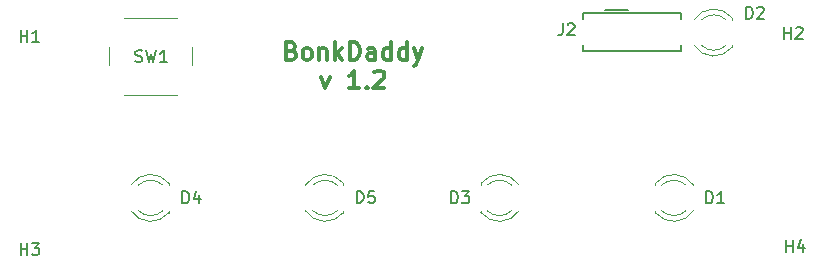
<source format=gbr>
%TF.GenerationSoftware,KiCad,Pcbnew,(6.0.1)*%
%TF.CreationDate,2023-11-21T01:19:50-08:00*%
%TF.ProjectId,BonkDaddyBoard,426f6e6b-4461-4646-9479-426f6172642e,1.2*%
%TF.SameCoordinates,Original*%
%TF.FileFunction,Legend,Top*%
%TF.FilePolarity,Positive*%
%FSLAX46Y46*%
G04 Gerber Fmt 4.6, Leading zero omitted, Abs format (unit mm)*
G04 Created by KiCad (PCBNEW (6.0.1)) date 2023-11-21 01:19:50*
%MOMM*%
%LPD*%
G01*
G04 APERTURE LIST*
%ADD10C,0.300000*%
%ADD11C,0.150000*%
%ADD12C,0.120000*%
G04 APERTURE END LIST*
D10*
X75185714Y-54285357D02*
X75400000Y-54356785D01*
X75471428Y-54428214D01*
X75542857Y-54571071D01*
X75542857Y-54785357D01*
X75471428Y-54928214D01*
X75400000Y-54999642D01*
X75257142Y-55071071D01*
X74685714Y-55071071D01*
X74685714Y-53571071D01*
X75185714Y-53571071D01*
X75328571Y-53642500D01*
X75400000Y-53713928D01*
X75471428Y-53856785D01*
X75471428Y-53999642D01*
X75400000Y-54142500D01*
X75328571Y-54213928D01*
X75185714Y-54285357D01*
X74685714Y-54285357D01*
X76400000Y-55071071D02*
X76257142Y-54999642D01*
X76185714Y-54928214D01*
X76114285Y-54785357D01*
X76114285Y-54356785D01*
X76185714Y-54213928D01*
X76257142Y-54142500D01*
X76400000Y-54071071D01*
X76614285Y-54071071D01*
X76757142Y-54142500D01*
X76828571Y-54213928D01*
X76900000Y-54356785D01*
X76900000Y-54785357D01*
X76828571Y-54928214D01*
X76757142Y-54999642D01*
X76614285Y-55071071D01*
X76400000Y-55071071D01*
X77542857Y-54071071D02*
X77542857Y-55071071D01*
X77542857Y-54213928D02*
X77614285Y-54142500D01*
X77757142Y-54071071D01*
X77971428Y-54071071D01*
X78114285Y-54142500D01*
X78185714Y-54285357D01*
X78185714Y-55071071D01*
X78900000Y-55071071D02*
X78900000Y-53571071D01*
X79042857Y-54499642D02*
X79471428Y-55071071D01*
X79471428Y-54071071D02*
X78900000Y-54642500D01*
X80114285Y-55071071D02*
X80114285Y-53571071D01*
X80471428Y-53571071D01*
X80685714Y-53642500D01*
X80828571Y-53785357D01*
X80900000Y-53928214D01*
X80971428Y-54213928D01*
X80971428Y-54428214D01*
X80900000Y-54713928D01*
X80828571Y-54856785D01*
X80685714Y-54999642D01*
X80471428Y-55071071D01*
X80114285Y-55071071D01*
X82257142Y-55071071D02*
X82257142Y-54285357D01*
X82185714Y-54142500D01*
X82042857Y-54071071D01*
X81757142Y-54071071D01*
X81614285Y-54142500D01*
X82257142Y-54999642D02*
X82114285Y-55071071D01*
X81757142Y-55071071D01*
X81614285Y-54999642D01*
X81542857Y-54856785D01*
X81542857Y-54713928D01*
X81614285Y-54571071D01*
X81757142Y-54499642D01*
X82114285Y-54499642D01*
X82257142Y-54428214D01*
X83614285Y-55071071D02*
X83614285Y-53571071D01*
X83614285Y-54999642D02*
X83471428Y-55071071D01*
X83185714Y-55071071D01*
X83042857Y-54999642D01*
X82971428Y-54928214D01*
X82900000Y-54785357D01*
X82900000Y-54356785D01*
X82971428Y-54213928D01*
X83042857Y-54142500D01*
X83185714Y-54071071D01*
X83471428Y-54071071D01*
X83614285Y-54142500D01*
X84971428Y-55071071D02*
X84971428Y-53571071D01*
X84971428Y-54999642D02*
X84828571Y-55071071D01*
X84542857Y-55071071D01*
X84400000Y-54999642D01*
X84328571Y-54928214D01*
X84257142Y-54785357D01*
X84257142Y-54356785D01*
X84328571Y-54213928D01*
X84400000Y-54142500D01*
X84542857Y-54071071D01*
X84828571Y-54071071D01*
X84971428Y-54142500D01*
X85542857Y-54071071D02*
X85900000Y-55071071D01*
X86257142Y-54071071D02*
X85900000Y-55071071D01*
X85757142Y-55428214D01*
X85685714Y-55499642D01*
X85542857Y-55571071D01*
X77685714Y-56486071D02*
X78042857Y-57486071D01*
X78400000Y-56486071D01*
X80900000Y-57486071D02*
X80042857Y-57486071D01*
X80471428Y-57486071D02*
X80471428Y-55986071D01*
X80328571Y-56200357D01*
X80185714Y-56343214D01*
X80042857Y-56414642D01*
X81542857Y-57343214D02*
X81614285Y-57414642D01*
X81542857Y-57486071D01*
X81471428Y-57414642D01*
X81542857Y-57343214D01*
X81542857Y-57486071D01*
X82185714Y-56128928D02*
X82257142Y-56057500D01*
X82400000Y-55986071D01*
X82757142Y-55986071D01*
X82900000Y-56057500D01*
X82971428Y-56128928D01*
X83042857Y-56271785D01*
X83042857Y-56414642D01*
X82971428Y-56628928D01*
X82114285Y-57486071D01*
X83042857Y-57486071D01*
D11*
%TO.C,J2*%
X98141666Y-51977380D02*
X98141666Y-52691666D01*
X98094047Y-52834523D01*
X97998809Y-52929761D01*
X97855952Y-52977380D01*
X97760714Y-52977380D01*
X98570238Y-52072619D02*
X98617857Y-52025000D01*
X98713095Y-51977380D01*
X98951190Y-51977380D01*
X99046428Y-52025000D01*
X99094047Y-52072619D01*
X99141666Y-52167857D01*
X99141666Y-52263095D01*
X99094047Y-52405952D01*
X98522619Y-52977380D01*
X99141666Y-52977380D01*
%TO.C,H1*%
X52238095Y-53538380D02*
X52238095Y-52538380D01*
X52238095Y-53014571D02*
X52809523Y-53014571D01*
X52809523Y-53538380D02*
X52809523Y-52538380D01*
X53809523Y-53538380D02*
X53238095Y-53538380D01*
X53523809Y-53538380D02*
X53523809Y-52538380D01*
X53428571Y-52681238D01*
X53333333Y-52776476D01*
X53238095Y-52824095D01*
%TO.C,H2*%
X116880095Y-53284380D02*
X116880095Y-52284380D01*
X116880095Y-52760571D02*
X117451523Y-52760571D01*
X117451523Y-53284380D02*
X117451523Y-52284380D01*
X117880095Y-52379619D02*
X117927714Y-52332000D01*
X118022952Y-52284380D01*
X118261047Y-52284380D01*
X118356285Y-52332000D01*
X118403904Y-52379619D01*
X118451523Y-52474857D01*
X118451523Y-52570095D01*
X118403904Y-52712952D01*
X117832476Y-53284380D01*
X118451523Y-53284380D01*
%TO.C,H3*%
X52238095Y-71572380D02*
X52238095Y-70572380D01*
X52238095Y-71048571D02*
X52809523Y-71048571D01*
X52809523Y-71572380D02*
X52809523Y-70572380D01*
X53190476Y-70572380D02*
X53809523Y-70572380D01*
X53476190Y-70953333D01*
X53619047Y-70953333D01*
X53714285Y-71000952D01*
X53761904Y-71048571D01*
X53809523Y-71143809D01*
X53809523Y-71381904D01*
X53761904Y-71477142D01*
X53714285Y-71524761D01*
X53619047Y-71572380D01*
X53333333Y-71572380D01*
X53238095Y-71524761D01*
X53190476Y-71477142D01*
%TO.C,H4*%
X117038095Y-71318380D02*
X117038095Y-70318380D01*
X117038095Y-70794571D02*
X117609523Y-70794571D01*
X117609523Y-71318380D02*
X117609523Y-70318380D01*
X118514285Y-70651714D02*
X118514285Y-71318380D01*
X118276190Y-70270761D02*
X118038095Y-70985047D01*
X118657142Y-70985047D01*
%TO.C,SW1*%
X61968666Y-55190761D02*
X62111523Y-55238380D01*
X62349619Y-55238380D01*
X62444857Y-55190761D01*
X62492476Y-55143142D01*
X62540095Y-55047904D01*
X62540095Y-54952666D01*
X62492476Y-54857428D01*
X62444857Y-54809809D01*
X62349619Y-54762190D01*
X62159142Y-54714571D01*
X62063904Y-54666952D01*
X62016285Y-54619333D01*
X61968666Y-54524095D01*
X61968666Y-54428857D01*
X62016285Y-54333619D01*
X62063904Y-54286000D01*
X62159142Y-54238380D01*
X62397238Y-54238380D01*
X62540095Y-54286000D01*
X62873428Y-54238380D02*
X63111523Y-55238380D01*
X63302000Y-54524095D01*
X63492476Y-55238380D01*
X63730571Y-54238380D01*
X64635333Y-55238380D02*
X64063904Y-55238380D01*
X64349619Y-55238380D02*
X64349619Y-54238380D01*
X64254380Y-54381238D01*
X64159142Y-54476476D01*
X64063904Y-54524095D01*
%TO.C,D1*%
X110286904Y-67202380D02*
X110286904Y-66202380D01*
X110525000Y-66202380D01*
X110667857Y-66250000D01*
X110763095Y-66345238D01*
X110810714Y-66440476D01*
X110858333Y-66630952D01*
X110858333Y-66773809D01*
X110810714Y-66964285D01*
X110763095Y-67059523D01*
X110667857Y-67154761D01*
X110525000Y-67202380D01*
X110286904Y-67202380D01*
X111810714Y-67202380D02*
X111239285Y-67202380D01*
X111525000Y-67202380D02*
X111525000Y-66202380D01*
X111429761Y-66345238D01*
X111334523Y-66440476D01*
X111239285Y-66488095D01*
%TO.C,D2*%
X113661904Y-51577380D02*
X113661904Y-50577380D01*
X113900000Y-50577380D01*
X114042857Y-50625000D01*
X114138095Y-50720238D01*
X114185714Y-50815476D01*
X114233333Y-51005952D01*
X114233333Y-51148809D01*
X114185714Y-51339285D01*
X114138095Y-51434523D01*
X114042857Y-51529761D01*
X113900000Y-51577380D01*
X113661904Y-51577380D01*
X114614285Y-50672619D02*
X114661904Y-50625000D01*
X114757142Y-50577380D01*
X114995238Y-50577380D01*
X115090476Y-50625000D01*
X115138095Y-50672619D01*
X115185714Y-50767857D01*
X115185714Y-50863095D01*
X115138095Y-51005952D01*
X114566666Y-51577380D01*
X115185714Y-51577380D01*
%TO.C,D3*%
X88691904Y-67202380D02*
X88691904Y-66202380D01*
X88930000Y-66202380D01*
X89072857Y-66250000D01*
X89168095Y-66345238D01*
X89215714Y-66440476D01*
X89263333Y-66630952D01*
X89263333Y-66773809D01*
X89215714Y-66964285D01*
X89168095Y-67059523D01*
X89072857Y-67154761D01*
X88930000Y-67202380D01*
X88691904Y-67202380D01*
X89596666Y-66202380D02*
X90215714Y-66202380D01*
X89882380Y-66583333D01*
X90025238Y-66583333D01*
X90120476Y-66630952D01*
X90168095Y-66678571D01*
X90215714Y-66773809D01*
X90215714Y-67011904D01*
X90168095Y-67107142D01*
X90120476Y-67154761D01*
X90025238Y-67202380D01*
X89739523Y-67202380D01*
X89644285Y-67154761D01*
X89596666Y-67107142D01*
%TO.C,D5*%
X80711904Y-67177380D02*
X80711904Y-66177380D01*
X80950000Y-66177380D01*
X81092857Y-66225000D01*
X81188095Y-66320238D01*
X81235714Y-66415476D01*
X81283333Y-66605952D01*
X81283333Y-66748809D01*
X81235714Y-66939285D01*
X81188095Y-67034523D01*
X81092857Y-67129761D01*
X80950000Y-67177380D01*
X80711904Y-67177380D01*
X82188095Y-66177380D02*
X81711904Y-66177380D01*
X81664285Y-66653571D01*
X81711904Y-66605952D01*
X81807142Y-66558333D01*
X82045238Y-66558333D01*
X82140476Y-66605952D01*
X82188095Y-66653571D01*
X82235714Y-66748809D01*
X82235714Y-66986904D01*
X82188095Y-67082142D01*
X82140476Y-67129761D01*
X82045238Y-67177380D01*
X81807142Y-67177380D01*
X81711904Y-67129761D01*
X81664285Y-67082142D01*
%TO.C,D4*%
X65936904Y-67202380D02*
X65936904Y-66202380D01*
X66175000Y-66202380D01*
X66317857Y-66250000D01*
X66413095Y-66345238D01*
X66460714Y-66440476D01*
X66508333Y-66630952D01*
X66508333Y-66773809D01*
X66460714Y-66964285D01*
X66413095Y-67059523D01*
X66317857Y-67154761D01*
X66175000Y-67202380D01*
X65936904Y-67202380D01*
X67365476Y-66535714D02*
X67365476Y-67202380D01*
X67127380Y-66154761D02*
X66889285Y-66869047D01*
X67508333Y-66869047D01*
%TO.C,J2*%
X99850000Y-51120000D02*
X108150000Y-51120000D01*
X99850000Y-54320000D02*
X108150000Y-54320000D01*
X101700000Y-50820000D02*
X103700000Y-50820000D01*
X99850000Y-51595000D02*
X99850000Y-51120000D01*
X108150000Y-54320000D02*
X108150000Y-53845000D01*
X108150000Y-51120000D02*
X108150000Y-51595000D01*
X99850000Y-53845000D02*
X99850000Y-54320000D01*
D12*
%TO.C,SW1*%
X61000000Y-58000000D02*
X65500000Y-58000000D01*
X65500000Y-51500000D02*
X61000000Y-51500000D01*
X66750000Y-55500000D02*
X66750000Y-54000000D01*
X59750000Y-54000000D02*
X59750000Y-55500000D01*
%TO.C,D1*%
X105990000Y-67830000D02*
X105990000Y-67986000D01*
X105990000Y-65514000D02*
X105990000Y-65670000D01*
X109222335Y-65671392D02*
G75*
G03*
X105990000Y-65514484I-1672335J-1078609D01*
G01*
X105990000Y-67985516D02*
G75*
G03*
X109222335Y-67828608I1560000J1235517D01*
G01*
X106509039Y-67830000D02*
G75*
G03*
X108591130Y-67829837I1040961J1080000D01*
G01*
X108591130Y-65670163D02*
G75*
G03*
X106509039Y-65670000I-1041130J-1079837D01*
G01*
%TO.C,D2*%
X112490000Y-53986000D02*
X112490000Y-53830000D01*
X112490000Y-51670000D02*
X112490000Y-51514000D01*
X112490000Y-51514484D02*
G75*
G03*
X109257665Y-51671392I-1560000J-1235517D01*
G01*
X109888870Y-53829837D02*
G75*
G03*
X111970961Y-53830000I1041130J1079837D01*
G01*
X109257665Y-53828608D02*
G75*
G03*
X112490000Y-53985516I1672335J1078609D01*
G01*
X111970961Y-51670000D02*
G75*
G03*
X109888870Y-51670163I-1040961J-1080000D01*
G01*
%TO.C,D3*%
X91220000Y-65514000D02*
X91220000Y-65670000D01*
X91220000Y-67830000D02*
X91220000Y-67986000D01*
X91220000Y-67985516D02*
G75*
G03*
X94452335Y-67828608I1560000J1235517D01*
G01*
X93821130Y-65670163D02*
G75*
G03*
X91739039Y-65670000I-1041130J-1079837D01*
G01*
X94452335Y-65671392D02*
G75*
G03*
X91220000Y-65514484I-1672335J-1078609D01*
G01*
X91739039Y-67830000D02*
G75*
G03*
X93821130Y-67829837I1040961J1080000D01*
G01*
%TO.C,D5*%
X79580000Y-67986000D02*
X79580000Y-67830000D01*
X79580000Y-65670000D02*
X79580000Y-65514000D01*
X76978870Y-67829837D02*
G75*
G03*
X79060961Y-67830000I1041130J1079837D01*
G01*
X76347665Y-67828608D02*
G75*
G03*
X79580000Y-67985516I1672335J1078609D01*
G01*
X79060961Y-65670000D02*
G75*
G03*
X76978870Y-65670163I-1040961J-1080000D01*
G01*
X79580000Y-65514484D02*
G75*
G03*
X76347665Y-65671392I-1560000J-1235517D01*
G01*
%TO.C,D4*%
X64810000Y-65670000D02*
X64810000Y-65514000D01*
X64810000Y-67986000D02*
X64810000Y-67830000D01*
X62208870Y-67829837D02*
G75*
G03*
X64290961Y-67830000I1041130J1079837D01*
G01*
X64290961Y-65670000D02*
G75*
G03*
X62208870Y-65670163I-1040961J-1080000D01*
G01*
X61577665Y-67828608D02*
G75*
G03*
X64810000Y-67985516I1672335J1078609D01*
G01*
X64810000Y-65514484D02*
G75*
G03*
X61577665Y-65671392I-1560000J-1235517D01*
G01*
%TD*%
M02*

</source>
